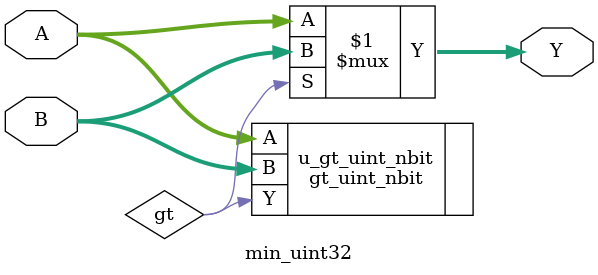
<source format=v>

module min_uint32 #(
    parameter WIDTH = 32
)(
    input [WIDTH-1:0] A,
    input [WIDTH-1:0] B,
    output [WIDTH-1:0] Y,
);

    wire gt;
    gt_uint_nbit #(
        .WIDTH(WIDTH)
    ) u_gt_uint_nbit (
        .A(A),
        .B(B),
        .Y(gt)
    );

    assign Y = gt ? B : A;

endmodule

</source>
